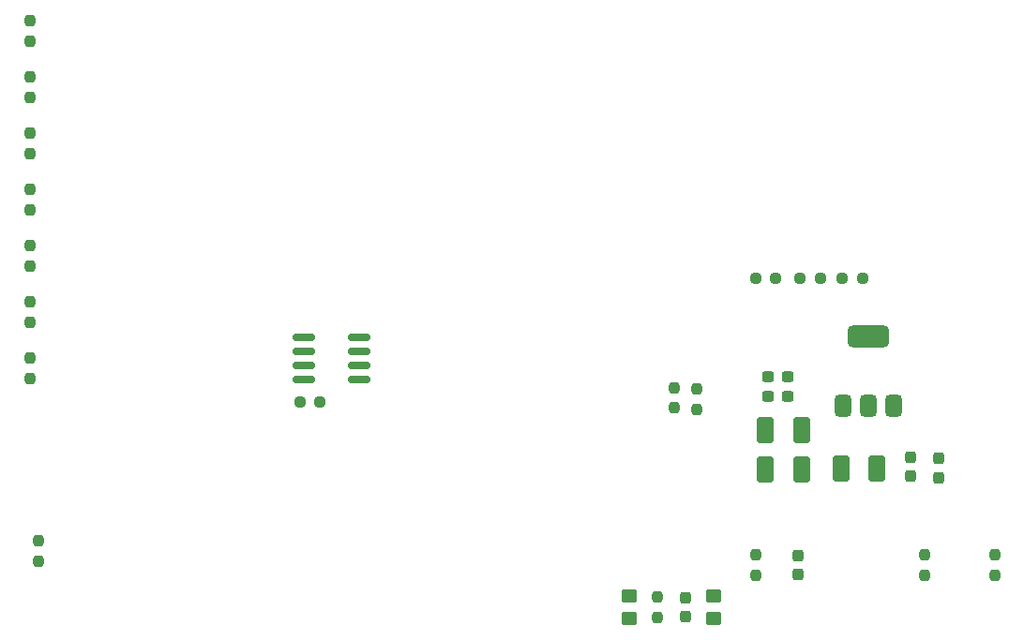
<source format=gbr>
%TF.GenerationSoftware,KiCad,Pcbnew,8.0.3*%
%TF.CreationDate,2024-06-28T15:17:55+09:00*%
%TF.ProjectId,KICAD-2,4b494341-442d-4322-9e6b-696361645f70,rev?*%
%TF.SameCoordinates,Original*%
%TF.FileFunction,Paste,Bot*%
%TF.FilePolarity,Positive*%
%FSLAX46Y46*%
G04 Gerber Fmt 4.6, Leading zero omitted, Abs format (unit mm)*
G04 Created by KiCad (PCBNEW 8.0.3) date 2024-06-28 15:17:55*
%MOMM*%
%LPD*%
G01*
G04 APERTURE LIST*
G04 Aperture macros list*
%AMRoundRect*
0 Rectangle with rounded corners*
0 $1 Rounding radius*
0 $2 $3 $4 $5 $6 $7 $8 $9 X,Y pos of 4 corners*
0 Add a 4 corners polygon primitive as box body*
4,1,4,$2,$3,$4,$5,$6,$7,$8,$9,$2,$3,0*
0 Add four circle primitives for the rounded corners*
1,1,$1+$1,$2,$3*
1,1,$1+$1,$4,$5*
1,1,$1+$1,$6,$7*
1,1,$1+$1,$8,$9*
0 Add four rect primitives between the rounded corners*
20,1,$1+$1,$2,$3,$4,$5,0*
20,1,$1+$1,$4,$5,$6,$7,0*
20,1,$1+$1,$6,$7,$8,$9,0*
20,1,$1+$1,$8,$9,$2,$3,0*%
G04 Aperture macros list end*
%ADD10RoundRect,0.250000X0.450000X-0.350000X0.450000X0.350000X-0.450000X0.350000X-0.450000X-0.350000X0*%
%ADD11RoundRect,0.237500X-0.237500X0.300000X-0.237500X-0.300000X0.237500X-0.300000X0.237500X0.300000X0*%
%ADD12RoundRect,0.250001X0.499999X0.924999X-0.499999X0.924999X-0.499999X-0.924999X0.499999X-0.924999X0*%
%ADD13RoundRect,0.237500X-0.237500X0.250000X-0.237500X-0.250000X0.237500X-0.250000X0.237500X0.250000X0*%
%ADD14RoundRect,0.237500X-0.250000X-0.237500X0.250000X-0.237500X0.250000X0.237500X-0.250000X0.237500X0*%
%ADD15RoundRect,0.237500X-0.237500X0.287500X-0.237500X-0.287500X0.237500X-0.287500X0.237500X0.287500X0*%
%ADD16RoundRect,0.150000X0.825000X0.150000X-0.825000X0.150000X-0.825000X-0.150000X0.825000X-0.150000X0*%
%ADD17RoundRect,0.237500X0.300000X0.237500X-0.300000X0.237500X-0.300000X-0.237500X0.300000X-0.237500X0*%
%ADD18RoundRect,0.375000X0.375000X-0.625000X0.375000X0.625000X-0.375000X0.625000X-0.375000X-0.625000X0*%
%ADD19RoundRect,0.500000X1.400000X-0.500000X1.400000X0.500000X-1.400000X0.500000X-1.400000X-0.500000X0*%
%ADD20RoundRect,0.237500X0.237500X-0.250000X0.237500X0.250000X-0.237500X0.250000X-0.237500X-0.250000X0*%
G04 APERTURE END LIST*
D10*
%TO.C,FB1*%
X159259750Y-123165750D03*
X159259750Y-121165750D03*
%TD*%
D11*
%TO.C,C10*%
X164339750Y-121303250D03*
X164339750Y-123028250D03*
%TD*%
D12*
%TO.C,C4*%
X174853000Y-106172000D03*
X171603000Y-106172000D03*
%TD*%
D13*
%TO.C,R9*%
X105156000Y-99671500D03*
X105156000Y-101496500D03*
%TD*%
%TO.C,R12*%
X105156000Y-89511500D03*
X105156000Y-91336500D03*
%TD*%
%TO.C,R7*%
X105919750Y-116173250D03*
X105919750Y-117998250D03*
%TD*%
D10*
%TO.C,FB2*%
X166879750Y-123165750D03*
X166879750Y-121165750D03*
%TD*%
D14*
%TO.C,R17*%
X174705000Y-92456000D03*
X176530000Y-92456000D03*
%TD*%
D15*
%TO.C,D1*%
X187248000Y-108741000D03*
X187248000Y-110491000D03*
%TD*%
D13*
%TO.C,R3*%
X105156000Y-79351500D03*
X105156000Y-81176500D03*
%TD*%
D14*
%TO.C,R16*%
X170688000Y-92456000D03*
X172513000Y-92456000D03*
%TD*%
D13*
%TO.C,R8*%
X105156000Y-69191500D03*
X105156000Y-71016500D03*
%TD*%
D16*
%TO.C,U2*%
X134874000Y-97790000D03*
X134874000Y-99060000D03*
X134874000Y-100330000D03*
X134874000Y-101600000D03*
X129924000Y-101600000D03*
X129924000Y-100330000D03*
X129924000Y-99060000D03*
X129924000Y-97790000D03*
%TD*%
D17*
%TO.C,C9*%
X173582500Y-103124000D03*
X171857500Y-103124000D03*
%TD*%
D18*
%TO.C,U1*%
X183198000Y-103978000D03*
X180898000Y-103978000D03*
D19*
X180898000Y-97678000D03*
D18*
X178598000Y-103978000D03*
%TD*%
D15*
%TO.C,F1*%
X184708000Y-108600000D03*
X184708000Y-110350000D03*
%TD*%
D20*
%TO.C,R11*%
X105156000Y-86256500D03*
X105156000Y-84431500D03*
%TD*%
D12*
%TO.C,C3*%
X181660000Y-109616000D03*
X178410000Y-109616000D03*
%TD*%
D14*
%TO.C,R18*%
X178515000Y-92456000D03*
X180340000Y-92456000D03*
%TD*%
D17*
%TO.C,C1*%
X173582500Y-101346000D03*
X171857500Y-101346000D03*
%TD*%
D20*
%TO.C,R19*%
X161799750Y-123078250D03*
X161799750Y-121253250D03*
%TD*%
%TO.C,R2*%
X192269750Y-119268250D03*
X192269750Y-117443250D03*
%TD*%
D12*
%TO.C,C2*%
X174853000Y-109728000D03*
X171603000Y-109728000D03*
%TD*%
D13*
%TO.C,R13*%
X105156000Y-74271500D03*
X105156000Y-76096500D03*
%TD*%
D14*
%TO.C,R6*%
X129540000Y-103632000D03*
X131365000Y-103632000D03*
%TD*%
D13*
%TO.C,R14*%
X163322000Y-102362000D03*
X163322000Y-104187000D03*
%TD*%
%TO.C,R4*%
X170679750Y-117443250D03*
X170679750Y-119268250D03*
%TD*%
%TO.C,R15*%
X165354000Y-102465500D03*
X165354000Y-104290500D03*
%TD*%
%TO.C,R10*%
X105156000Y-94591500D03*
X105156000Y-96416500D03*
%TD*%
D20*
%TO.C,R1*%
X185919750Y-119268250D03*
X185919750Y-117443250D03*
%TD*%
D11*
%TO.C,C5*%
X174489750Y-117493250D03*
X174489750Y-119218250D03*
%TD*%
M02*

</source>
